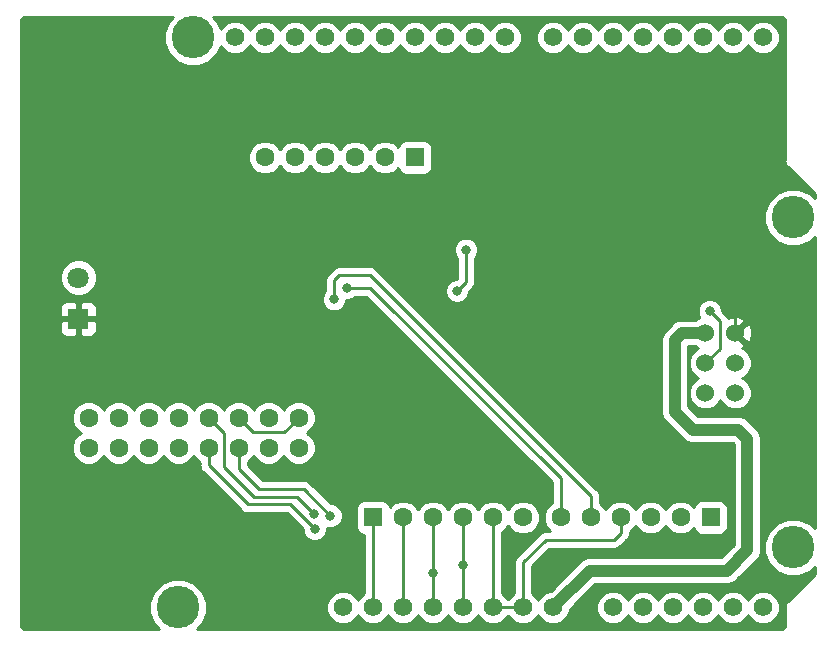
<source format=gbr>
G04 #@! TF.GenerationSoftware,KiCad,Pcbnew,(5.0.2)-1*
G04 #@! TF.CreationDate,2019-02-21T18:21:24-08:00*
G04 #@! TF.ProjectId,Arduino_uno_sheild,41726475-696e-46f5-9f75-6e6f5f736865,rev?*
G04 #@! TF.SameCoordinates,Original*
G04 #@! TF.FileFunction,Copper,L2,Bot*
G04 #@! TF.FilePolarity,Positive*
%FSLAX46Y46*%
G04 Gerber Fmt 4.6, Leading zero omitted, Abs format (unit mm)*
G04 Created by KiCad (PCBNEW (5.0.2)-1) date 2/21/2019 6:21:24 PM*
%MOMM*%
%LPD*%
G01*
G04 APERTURE LIST*
G04 #@! TA.AperFunction,ComponentPad*
%ADD10C,1.560000*%
G04 #@! TD*
G04 #@! TA.AperFunction,WasherPad*
%ADD11C,3.600000*%
G04 #@! TD*
G04 #@! TA.AperFunction,ComponentPad*
%ADD12C,1.600000*%
G04 #@! TD*
G04 #@! TA.AperFunction,ComponentPad*
%ADD13R,1.600000X1.600000*%
G04 #@! TD*
G04 #@! TA.AperFunction,ComponentPad*
%ADD14C,1.524000*%
G04 #@! TD*
G04 #@! TA.AperFunction,ComponentPad*
%ADD15C,1.800000*%
G04 #@! TD*
G04 #@! TA.AperFunction,ComponentPad*
%ADD16R,1.800000X1.800000*%
G04 #@! TD*
G04 #@! TA.AperFunction,ViaPad*
%ADD17C,0.800000*%
G04 #@! TD*
G04 #@! TA.AperFunction,Conductor*
%ADD18C,0.250000*%
G04 #@! TD*
G04 #@! TA.AperFunction,Conductor*
%ADD19C,1.000000*%
G04 #@! TD*
G04 #@! TA.AperFunction,Conductor*
%ADD20C,0.254000*%
G04 #@! TD*
G04 APERTURE END LIST*
D10*
G04 #@! TO.P,A1,31*
G04 #@! TO.N,Net-(A1-Pad31)*
X27940000Y2540000D03*
G04 #@! TO.P,A1,20*
G04 #@! TO.N,/IOREF*
X30480000Y2540000D03*
G04 #@! TO.P,A1,21*
G04 #@! TO.N,/RESET*
X33020000Y2540000D03*
G04 #@! TO.P,A1,22*
G04 #@! TO.N,/3.3V*
X35560000Y2540000D03*
G04 #@! TO.P,A1,23*
G04 #@! TO.N,/5V*
X38100000Y2540000D03*
G04 #@! TO.P,A1,24*
G04 #@! TO.N,GND*
X40640000Y2540000D03*
G04 #@! TO.P,A1,25*
X43180000Y2540000D03*
G04 #@! TO.P,A1,26*
G04 #@! TO.N,+12V*
X45720000Y2540000D03*
G04 #@! TO.P,A1,14*
G04 #@! TO.N,/A*
X50800000Y2540000D03*
G04 #@! TO.P,A1,15*
G04 #@! TO.N,/B*
X53340000Y2540000D03*
G04 #@! TO.P,A1,16*
G04 #@! TO.N,/C*
X55880000Y2540000D03*
G04 #@! TO.P,A1,17*
G04 #@! TO.N,/A3*
X58420000Y2540000D03*
G04 #@! TO.P,A1,18*
G04 #@! TO.N,/A4*
X60960000Y2540000D03*
G04 #@! TO.P,A1,19*
G04 #@! TO.N,/A5*
X63500000Y2540000D03*
G04 #@! TO.P,A1,30*
G04 #@! TO.N,/SCL*
X18796000Y50800000D03*
G04 #@! TO.P,A1,29*
G04 #@! TO.N,/SDA*
X21336000Y50800000D03*
G04 #@! TO.P,A1,28*
G04 #@! TO.N,/AREF*
X23876000Y50800000D03*
G04 #@! TO.P,A1,27*
G04 #@! TO.N,GND*
X26416000Y50800000D03*
G04 #@! TO.P,A1,13*
G04 #@! TO.N,/SCK*
X28956000Y50800000D03*
G04 #@! TO.P,A1,12*
G04 #@! TO.N,/MISO*
X31496000Y50800000D03*
G04 #@! TO.P,A1,11*
G04 #@! TO.N,/MOSI*
X34036000Y50800000D03*
G04 #@! TO.P,A1,10*
G04 #@! TO.N,/LAT*
X36576000Y50800000D03*
G04 #@! TO.P,A1,9*
G04 #@! TO.N,/OE*
X39116000Y50800000D03*
G04 #@! TO.P,A1,8*
G04 #@! TO.N,/CLK*
X41656000Y50800000D03*
G04 #@! TO.P,A1,7*
G04 #@! TO.N,/B2*
X45720000Y50800000D03*
G04 #@! TO.P,A1,6*
G04 #@! TO.N,/G2*
X48260000Y50800000D03*
G04 #@! TO.P,A1,5*
G04 #@! TO.N,/R2*
X50800000Y50800000D03*
G04 #@! TO.P,A1,4*
G04 #@! TO.N,/B1*
X53340000Y50800000D03*
G04 #@! TO.P,A1,3*
G04 #@! TO.N,/G1*
X55880000Y50800000D03*
G04 #@! TO.P,A1,2*
G04 #@! TO.N,/R1*
X58420000Y50800000D03*
G04 #@! TO.P,A1,1*
G04 #@! TO.N,/TX*
X60960000Y50800000D03*
G04 #@! TO.P,A1,0*
G04 #@! TO.N,/RX*
X63500000Y50800000D03*
D11*
G04 #@! TO.P,A1,*
G04 #@! TO.N,*
X15240000Y50800000D03*
X66040000Y35560000D03*
X66040000Y7620000D03*
X13970000Y2540000D03*
G04 #@! TD*
D12*
G04 #@! TO.P,J1,1*
G04 #@! TO.N,/R1*
X6400800Y16052800D03*
G04 #@! TO.P,J1,2*
G04 #@! TO.N,/G1*
X6400800Y18592800D03*
G04 #@! TO.P,J1,3*
G04 #@! TO.N,/B1*
X8940800Y16052800D03*
G04 #@! TO.P,J1,4*
G04 #@! TO.N,GND*
X8940800Y18592800D03*
G04 #@! TO.P,J1,5*
G04 #@! TO.N,/R2*
X11480800Y16052800D03*
G04 #@! TO.P,J1,6*
G04 #@! TO.N,/G2*
X11480800Y18592800D03*
G04 #@! TO.P,J1,7*
G04 #@! TO.N,/B2*
X14020800Y16052800D03*
G04 #@! TO.P,J1,8*
G04 #@! TO.N,GND*
X14020800Y18592800D03*
G04 #@! TO.P,J1,9*
G04 #@! TO.N,/A*
X16560800Y16052800D03*
G04 #@! TO.P,J1,10*
G04 #@! TO.N,/B*
X16560800Y18592800D03*
G04 #@! TO.P,J1,11*
G04 #@! TO.N,/C*
X19100800Y16052800D03*
G04 #@! TO.P,J1,12*
G04 #@! TO.N,GND*
X19100800Y18592800D03*
G04 #@! TO.P,J1,13*
G04 #@! TO.N,/CLK*
X21640800Y16052800D03*
G04 #@! TO.P,J1,14*
G04 #@! TO.N,/LAT*
X21640800Y18592800D03*
G04 #@! TO.P,J1,15*
G04 #@! TO.N,/OE*
X24180800Y16052800D03*
G04 #@! TO.P,J1,16*
G04 #@! TO.N,GND*
X24180800Y18592800D03*
G04 #@! TD*
G04 #@! TO.P,J2,6*
G04 #@! TO.N,/SDA*
X46355000Y10160000D03*
G04 #@! TO.P,J2,5*
G04 #@! TO.N,/SCL*
X48895000Y10160000D03*
G04 #@! TO.P,J2,4*
G04 #@! TO.N,GND*
X51435000Y10160000D03*
G04 #@! TO.P,J2,3*
G04 #@! TO.N,/A3*
X53975000Y10160000D03*
G04 #@! TO.P,J2,2*
G04 #@! TO.N,/A4*
X56515000Y10160000D03*
D13*
G04 #@! TO.P,J2,1*
G04 #@! TO.N,/A5*
X59055000Y10160000D03*
G04 #@! TD*
D12*
G04 #@! TO.P,J3,6*
G04 #@! TO.N,Net-(J3-Pad6)*
X43180000Y10160000D03*
G04 #@! TO.P,J3,5*
G04 #@! TO.N,GND*
X40640000Y10160000D03*
G04 #@! TO.P,J3,4*
G04 #@! TO.N,/5V*
X38100000Y10160000D03*
G04 #@! TO.P,J3,3*
G04 #@! TO.N,/3.3V*
X35560000Y10160000D03*
G04 #@! TO.P,J3,2*
G04 #@! TO.N,/RESET*
X33020000Y10160000D03*
D13*
G04 #@! TO.P,J3,1*
G04 #@! TO.N,/IOREF*
X30480000Y10160000D03*
G04 #@! TD*
D12*
G04 #@! TO.P,J4,6*
G04 #@! TO.N,Net-(J4-Pad6)*
X21336000Y40640000D03*
G04 #@! TO.P,J4,5*
G04 #@! TO.N,/AREF*
X23876000Y40640000D03*
G04 #@! TO.P,J4,4*
G04 #@! TO.N,GND*
X26416000Y40640000D03*
G04 #@! TO.P,J4,3*
G04 #@! TO.N,/SCK*
X28956000Y40640000D03*
G04 #@! TO.P,J4,2*
G04 #@! TO.N,/MISO*
X31496000Y40640000D03*
D13*
G04 #@! TO.P,J4,1*
G04 #@! TO.N,/MOSI*
X34036000Y40640000D03*
G04 #@! TD*
D14*
G04 #@! TO.P,J5,6*
G04 #@! TO.N,Net-(J5-Pad6)*
X61150500Y20701000D03*
G04 #@! TO.P,J5,5*
G04 #@! TO.N,/TX*
X58610500Y20701000D03*
G04 #@! TO.P,J5,4*
G04 #@! TO.N,/RX*
X61150500Y23241000D03*
G04 #@! TO.P,J5,3*
G04 #@! TO.N,GND*
X58610500Y23241000D03*
G04 #@! TO.P,J5,2*
G04 #@! TO.N,+5V*
X61150500Y25781000D03*
G04 #@! TO.P,J5,1*
G04 #@! TO.N,+12V*
X58610500Y25781000D03*
G04 #@! TD*
D15*
G04 #@! TO.P,J6,2*
G04 #@! TO.N,GND*
X5537200Y30474800D03*
D16*
G04 #@! TO.P,J6,1*
G04 #@! TO.N,+5V*
X5537200Y26974800D03*
G04 #@! TD*
D17*
G04 #@! TO.N,/OE*
X38354000Y32829500D03*
X37592000Y29337000D03*
G04 #@! TO.N,GND*
X58991500Y27622500D03*
G04 #@! TO.N,/SDA*
X28257500Y29591000D03*
G04 #@! TO.N,/SCL*
X27178000Y28638500D03*
G04 #@! TO.N,/C*
X26873200Y10312400D03*
G04 #@! TO.N,/B*
X25501600Y10464800D03*
G04 #@! TO.N,/A*
X25552400Y9194800D03*
G04 #@! TO.N,/5V*
X38100000Y6096000D03*
G04 #@! TO.N,/3.3V*
X35560000Y5435600D03*
G04 #@! TO.N,+5V*
X61150500Y30035500D03*
G04 #@! TD*
D18*
G04 #@! TO.N,/OE*
X38354000Y32829500D02*
X38354000Y30099000D01*
X38354000Y30099000D02*
X37592000Y29337000D01*
G04 #@! TO.N,GND*
X40640000Y9028630D02*
X40640000Y2540000D01*
X40640000Y10160000D02*
X40640000Y9028630D01*
X40640000Y2540000D02*
X43180000Y2540000D01*
X43180000Y2540000D02*
X43180000Y6350000D01*
X43180000Y6350000D02*
X45085000Y8255000D01*
X45085000Y8255000D02*
X50863500Y8255000D01*
X51435000Y8826500D02*
X51435000Y10160000D01*
X50863500Y8255000D02*
X51435000Y8826500D01*
X58610500Y23241000D02*
X59817000Y24447500D01*
X59817000Y24447500D02*
X59817000Y26797000D01*
X59817000Y26797000D02*
X58991500Y27622500D01*
X19100800Y18592800D02*
X20320000Y17373600D01*
X22961600Y17373600D02*
X24180800Y18592800D01*
X20320000Y17373600D02*
X22961600Y17373600D01*
G04 #@! TO.N,/SDA*
X28257500Y29591000D02*
X30226000Y29591000D01*
X46355000Y13462000D02*
X46355000Y10160000D01*
X30226000Y29591000D02*
X46355000Y13462000D01*
G04 #@! TO.N,/SCL*
X27178000Y28638500D02*
X27178000Y30226000D01*
X27178000Y30226000D02*
X27622500Y30670500D01*
X27622500Y30670500D02*
X30226000Y30670500D01*
X48895000Y12001500D02*
X48895000Y10160000D01*
X30226000Y30670500D02*
X48895000Y12001500D01*
G04 #@! TO.N,/C*
X26873200Y10312400D02*
X24638000Y12547600D01*
X24638000Y12547600D02*
X20828000Y12547600D01*
X19100800Y14274800D02*
X19100800Y16052800D01*
X20828000Y12547600D02*
X19100800Y14274800D01*
G04 #@! TO.N,/B*
X25501600Y10464800D02*
X24079200Y11887200D01*
X24079200Y11887200D02*
X20370800Y11887200D01*
X20370800Y11887200D02*
X17830800Y14427200D01*
X17830800Y17322800D02*
X16560800Y18592800D01*
X17830800Y14427200D02*
X17830800Y17322800D01*
G04 #@! TO.N,/A*
X16560800Y14579600D02*
X16560800Y16052800D01*
X19862800Y11277600D02*
X16560800Y14579600D01*
X25552400Y9194800D02*
X23469600Y11277600D01*
X23469600Y11277600D02*
X19862800Y11277600D01*
D19*
G04 #@! TO.N,+12V*
X56007000Y25146000D02*
X56642000Y25781000D01*
X56007000Y19113500D02*
X56007000Y25146000D01*
X48831500Y5651500D02*
X60452000Y5651500D01*
X45720000Y2540000D02*
X48831500Y5651500D01*
X57531000Y17589500D02*
X56007000Y19113500D01*
X60452000Y5651500D02*
X62166500Y7366000D01*
X62166500Y7366000D02*
X62166500Y16827500D01*
X56642000Y25781000D02*
X58610500Y25781000D01*
X62166500Y16827500D02*
X61404500Y17589500D01*
X61404500Y17589500D02*
X57531000Y17589500D01*
D18*
G04 #@! TO.N,/5V*
X38100000Y10160000D02*
X38100000Y9028630D01*
X38100000Y9028630D02*
X38100000Y6096000D01*
X38100000Y6096000D02*
X38100000Y2540000D01*
G04 #@! TO.N,/3.3V*
X35560000Y5435600D02*
X35560000Y2540000D01*
X35560000Y10160000D02*
X35560000Y5435600D01*
G04 #@! TO.N,/RESET*
X33020000Y2540000D02*
X33020000Y10160000D01*
G04 #@! TO.N,/IOREF*
X30480000Y2540000D02*
X30480000Y10160000D01*
G04 #@! TO.N,+5V*
X61150500Y25781000D02*
X61150500Y30035500D01*
G04 #@! TD*
D20*
G04 #@! TO.N,+5V*
G36*
X13550229Y52553838D02*
X13175707Y52179316D01*
X12805000Y51284352D01*
X12805000Y50315648D01*
X13175707Y49420684D01*
X13860684Y48735707D01*
X14755648Y48365000D01*
X15724352Y48365000D01*
X16619316Y48735707D01*
X17304293Y49420684D01*
X17570020Y50062205D01*
X17596421Y49998467D01*
X17994467Y49600421D01*
X18514539Y49385000D01*
X19077461Y49385000D01*
X19597533Y49600421D01*
X19995579Y49998467D01*
X20066000Y50168478D01*
X20136421Y49998467D01*
X20534467Y49600421D01*
X21054539Y49385000D01*
X21617461Y49385000D01*
X22137533Y49600421D01*
X22535579Y49998467D01*
X22606000Y50168478D01*
X22676421Y49998467D01*
X23074467Y49600421D01*
X23594539Y49385000D01*
X24157461Y49385000D01*
X24677533Y49600421D01*
X25075579Y49998467D01*
X25146000Y50168478D01*
X25216421Y49998467D01*
X25614467Y49600421D01*
X26134539Y49385000D01*
X26697461Y49385000D01*
X27217533Y49600421D01*
X27615579Y49998467D01*
X27686000Y50168478D01*
X27756421Y49998467D01*
X28154467Y49600421D01*
X28674539Y49385000D01*
X29237461Y49385000D01*
X29757533Y49600421D01*
X30155579Y49998467D01*
X30226000Y50168478D01*
X30296421Y49998467D01*
X30694467Y49600421D01*
X31214539Y49385000D01*
X31777461Y49385000D01*
X32297533Y49600421D01*
X32695579Y49998467D01*
X32766000Y50168478D01*
X32836421Y49998467D01*
X33234467Y49600421D01*
X33754539Y49385000D01*
X34317461Y49385000D01*
X34837533Y49600421D01*
X35235579Y49998467D01*
X35306000Y50168478D01*
X35376421Y49998467D01*
X35774467Y49600421D01*
X36294539Y49385000D01*
X36857461Y49385000D01*
X37377533Y49600421D01*
X37775579Y49998467D01*
X37846000Y50168478D01*
X37916421Y49998467D01*
X38314467Y49600421D01*
X38834539Y49385000D01*
X39397461Y49385000D01*
X39917533Y49600421D01*
X40315579Y49998467D01*
X40386000Y50168478D01*
X40456421Y49998467D01*
X40854467Y49600421D01*
X41374539Y49385000D01*
X41937461Y49385000D01*
X42457533Y49600421D01*
X42855579Y49998467D01*
X43071000Y50518539D01*
X43071000Y51081461D01*
X44305000Y51081461D01*
X44305000Y50518539D01*
X44520421Y49998467D01*
X44918467Y49600421D01*
X45438539Y49385000D01*
X46001461Y49385000D01*
X46521533Y49600421D01*
X46919579Y49998467D01*
X46990000Y50168478D01*
X47060421Y49998467D01*
X47458467Y49600421D01*
X47978539Y49385000D01*
X48541461Y49385000D01*
X49061533Y49600421D01*
X49459579Y49998467D01*
X49530000Y50168478D01*
X49600421Y49998467D01*
X49998467Y49600421D01*
X50518539Y49385000D01*
X51081461Y49385000D01*
X51601533Y49600421D01*
X51999579Y49998467D01*
X52070000Y50168478D01*
X52140421Y49998467D01*
X52538467Y49600421D01*
X53058539Y49385000D01*
X53621461Y49385000D01*
X54141533Y49600421D01*
X54539579Y49998467D01*
X54610000Y50168478D01*
X54680421Y49998467D01*
X55078467Y49600421D01*
X55598539Y49385000D01*
X56161461Y49385000D01*
X56681533Y49600421D01*
X57079579Y49998467D01*
X57150000Y50168478D01*
X57220421Y49998467D01*
X57618467Y49600421D01*
X58138539Y49385000D01*
X58701461Y49385000D01*
X59221533Y49600421D01*
X59619579Y49998467D01*
X59690000Y50168478D01*
X59760421Y49998467D01*
X60158467Y49600421D01*
X60678539Y49385000D01*
X61241461Y49385000D01*
X61761533Y49600421D01*
X62159579Y49998467D01*
X62230000Y50168478D01*
X62300421Y49998467D01*
X62698467Y49600421D01*
X63218539Y49385000D01*
X63781461Y49385000D01*
X64301533Y49600421D01*
X64699579Y49998467D01*
X64915000Y50518539D01*
X64915000Y51081461D01*
X64699579Y51601533D01*
X64301533Y51999579D01*
X63781461Y52215000D01*
X63218539Y52215000D01*
X62698467Y51999579D01*
X62300421Y51601533D01*
X62230000Y51431522D01*
X62159579Y51601533D01*
X61761533Y51999579D01*
X61241461Y52215000D01*
X60678539Y52215000D01*
X60158467Y51999579D01*
X59760421Y51601533D01*
X59690000Y51431522D01*
X59619579Y51601533D01*
X59221533Y51999579D01*
X58701461Y52215000D01*
X58138539Y52215000D01*
X57618467Y51999579D01*
X57220421Y51601533D01*
X57150000Y51431522D01*
X57079579Y51601533D01*
X56681533Y51999579D01*
X56161461Y52215000D01*
X55598539Y52215000D01*
X55078467Y51999579D01*
X54680421Y51601533D01*
X54610000Y51431522D01*
X54539579Y51601533D01*
X54141533Y51999579D01*
X53621461Y52215000D01*
X53058539Y52215000D01*
X52538467Y51999579D01*
X52140421Y51601533D01*
X52070000Y51431522D01*
X51999579Y51601533D01*
X51601533Y51999579D01*
X51081461Y52215000D01*
X50518539Y52215000D01*
X49998467Y51999579D01*
X49600421Y51601533D01*
X49530000Y51431522D01*
X49459579Y51601533D01*
X49061533Y51999579D01*
X48541461Y52215000D01*
X47978539Y52215000D01*
X47458467Y51999579D01*
X47060421Y51601533D01*
X46990000Y51431522D01*
X46919579Y51601533D01*
X46521533Y51999579D01*
X46001461Y52215000D01*
X45438539Y52215000D01*
X44918467Y51999579D01*
X44520421Y51601533D01*
X44305000Y51081461D01*
X43071000Y51081461D01*
X42855579Y51601533D01*
X42457533Y51999579D01*
X41937461Y52215000D01*
X41374539Y52215000D01*
X40854467Y51999579D01*
X40456421Y51601533D01*
X40386000Y51431522D01*
X40315579Y51601533D01*
X39917533Y51999579D01*
X39397461Y52215000D01*
X38834539Y52215000D01*
X38314467Y51999579D01*
X37916421Y51601533D01*
X37846000Y51431522D01*
X37775579Y51601533D01*
X37377533Y51999579D01*
X36857461Y52215000D01*
X36294539Y52215000D01*
X35774467Y51999579D01*
X35376421Y51601533D01*
X35306000Y51431522D01*
X35235579Y51601533D01*
X34837533Y51999579D01*
X34317461Y52215000D01*
X33754539Y52215000D01*
X33234467Y51999579D01*
X32836421Y51601533D01*
X32766000Y51431522D01*
X32695579Y51601533D01*
X32297533Y51999579D01*
X31777461Y52215000D01*
X31214539Y52215000D01*
X30694467Y51999579D01*
X30296421Y51601533D01*
X30226000Y51431522D01*
X30155579Y51601533D01*
X29757533Y51999579D01*
X29237461Y52215000D01*
X28674539Y52215000D01*
X28154467Y51999579D01*
X27756421Y51601533D01*
X27686000Y51431522D01*
X27615579Y51601533D01*
X27217533Y51999579D01*
X26697461Y52215000D01*
X26134539Y52215000D01*
X25614467Y51999579D01*
X25216421Y51601533D01*
X25146000Y51431522D01*
X25075579Y51601533D01*
X24677533Y51999579D01*
X24157461Y52215000D01*
X23594539Y52215000D01*
X23074467Y51999579D01*
X22676421Y51601533D01*
X22606000Y51431522D01*
X22535579Y51601533D01*
X22137533Y51999579D01*
X21617461Y52215000D01*
X21054539Y52215000D01*
X20534467Y51999579D01*
X20136421Y51601533D01*
X20066000Y51431522D01*
X19995579Y51601533D01*
X19597533Y51999579D01*
X19077461Y52215000D01*
X18514539Y52215000D01*
X17994467Y51999579D01*
X17596421Y51601533D01*
X17570020Y51537795D01*
X17304293Y52179316D01*
X16933088Y52550521D01*
X65132252Y52503267D01*
X65330000Y52325293D01*
X65330001Y40455929D01*
X65316091Y40386000D01*
X65371196Y40108972D01*
X65528120Y39874119D01*
X65587402Y39834508D01*
X67870000Y37551909D01*
X67870000Y37173609D01*
X67419316Y37624293D01*
X66524352Y37995000D01*
X65555648Y37995000D01*
X64660684Y37624293D01*
X63975707Y36939316D01*
X63605000Y36044352D01*
X63605000Y35075648D01*
X63975707Y34180684D01*
X64660684Y33495707D01*
X65555648Y33125000D01*
X66524352Y33125000D01*
X67419316Y33495707D01*
X67870000Y33946391D01*
X67870001Y9233608D01*
X67419316Y9684293D01*
X66524352Y10055000D01*
X65555648Y10055000D01*
X64660684Y9684293D01*
X63975707Y8999316D01*
X63605000Y8104352D01*
X63605000Y7135648D01*
X63975707Y6240684D01*
X64660684Y5555707D01*
X65555648Y5185000D01*
X66524352Y5185000D01*
X67419316Y5555707D01*
X67870001Y6006392D01*
X67870001Y5374092D01*
X65587402Y3091492D01*
X65528119Y3051880D01*
X65371195Y2817027D01*
X65330000Y2609926D01*
X65316091Y2540000D01*
X65330000Y2470075D01*
X65330001Y887707D01*
X65132549Y710000D01*
X15583609Y710000D01*
X16034293Y1160684D01*
X16405000Y2055648D01*
X16405000Y3024352D01*
X16034293Y3919316D01*
X15349316Y4604293D01*
X14454352Y4975000D01*
X13485648Y4975000D01*
X12590684Y4604293D01*
X11905707Y3919316D01*
X11535000Y3024352D01*
X11535000Y2055648D01*
X11905707Y1160684D01*
X12356391Y710000D01*
X929091Y710000D01*
X710000Y929091D01*
X710000Y18878239D01*
X4965800Y18878239D01*
X4965800Y18307361D01*
X5184266Y17779938D01*
X5587938Y17376266D01*
X5717016Y17322800D01*
X5587938Y17269334D01*
X5184266Y16865662D01*
X4965800Y16338239D01*
X4965800Y15767361D01*
X5184266Y15239938D01*
X5587938Y14836266D01*
X6115361Y14617800D01*
X6686239Y14617800D01*
X7213662Y14836266D01*
X7617334Y15239938D01*
X7670800Y15369016D01*
X7724266Y15239938D01*
X8127938Y14836266D01*
X8655361Y14617800D01*
X9226239Y14617800D01*
X9753662Y14836266D01*
X10157334Y15239938D01*
X10210800Y15369016D01*
X10264266Y15239938D01*
X10667938Y14836266D01*
X11195361Y14617800D01*
X11766239Y14617800D01*
X12293662Y14836266D01*
X12697334Y15239938D01*
X12750800Y15369016D01*
X12804266Y15239938D01*
X13207938Y14836266D01*
X13735361Y14617800D01*
X14306239Y14617800D01*
X14833662Y14836266D01*
X15237334Y15239938D01*
X15290800Y15369016D01*
X15344266Y15239938D01*
X15747938Y14836266D01*
X15800800Y14814370D01*
X15800800Y14654447D01*
X15785912Y14579600D01*
X15800800Y14504753D01*
X15800800Y14504749D01*
X15844896Y14283064D01*
X16012871Y14031671D01*
X16076330Y13989269D01*
X19272470Y10793128D01*
X19314871Y10729671D01*
X19566263Y10561696D01*
X19787948Y10517600D01*
X19787952Y10517600D01*
X19862799Y10502712D01*
X19937646Y10517600D01*
X23154799Y10517600D01*
X24517400Y9154998D01*
X24517400Y8988926D01*
X24674969Y8608520D01*
X24966120Y8317369D01*
X25346526Y8159800D01*
X25758274Y8159800D01*
X26138680Y8317369D01*
X26429831Y8608520D01*
X26587400Y8988926D01*
X26587400Y9310506D01*
X26667326Y9277400D01*
X27079074Y9277400D01*
X27459480Y9434969D01*
X27750631Y9726120D01*
X27908200Y10106526D01*
X27908200Y10518274D01*
X27750631Y10898680D01*
X27459480Y11189831D01*
X27079074Y11347400D01*
X26913002Y11347400D01*
X25228331Y13032070D01*
X25185929Y13095529D01*
X24934537Y13263504D01*
X24712852Y13307600D01*
X24712847Y13307600D01*
X24638000Y13322488D01*
X24563153Y13307600D01*
X21142802Y13307600D01*
X19860800Y14589601D01*
X19860800Y14814370D01*
X19913662Y14836266D01*
X20317334Y15239938D01*
X20370800Y15369016D01*
X20424266Y15239938D01*
X20827938Y14836266D01*
X21355361Y14617800D01*
X21926239Y14617800D01*
X22453662Y14836266D01*
X22857334Y15239938D01*
X22910800Y15369016D01*
X22964266Y15239938D01*
X23367938Y14836266D01*
X23895361Y14617800D01*
X24466239Y14617800D01*
X24993662Y14836266D01*
X25397334Y15239938D01*
X25615800Y15767361D01*
X25615800Y16338239D01*
X25397334Y16865662D01*
X24993662Y17269334D01*
X24864584Y17322800D01*
X24993662Y17376266D01*
X25397334Y17779938D01*
X25615800Y18307361D01*
X25615800Y18878239D01*
X25397334Y19405662D01*
X24993662Y19809334D01*
X24466239Y20027800D01*
X23895361Y20027800D01*
X23367938Y19809334D01*
X22964266Y19405662D01*
X22910800Y19276584D01*
X22857334Y19405662D01*
X22453662Y19809334D01*
X21926239Y20027800D01*
X21355361Y20027800D01*
X20827938Y19809334D01*
X20424266Y19405662D01*
X20370800Y19276584D01*
X20317334Y19405662D01*
X19913662Y19809334D01*
X19386239Y20027800D01*
X18815361Y20027800D01*
X18287938Y19809334D01*
X17884266Y19405662D01*
X17830800Y19276584D01*
X17777334Y19405662D01*
X17373662Y19809334D01*
X16846239Y20027800D01*
X16275361Y20027800D01*
X15747938Y19809334D01*
X15344266Y19405662D01*
X15290800Y19276584D01*
X15237334Y19405662D01*
X14833662Y19809334D01*
X14306239Y20027800D01*
X13735361Y20027800D01*
X13207938Y19809334D01*
X12804266Y19405662D01*
X12750800Y19276584D01*
X12697334Y19405662D01*
X12293662Y19809334D01*
X11766239Y20027800D01*
X11195361Y20027800D01*
X10667938Y19809334D01*
X10264266Y19405662D01*
X10210800Y19276584D01*
X10157334Y19405662D01*
X9753662Y19809334D01*
X9226239Y20027800D01*
X8655361Y20027800D01*
X8127938Y19809334D01*
X7724266Y19405662D01*
X7670800Y19276584D01*
X7617334Y19405662D01*
X7213662Y19809334D01*
X6686239Y20027800D01*
X6115361Y20027800D01*
X5587938Y19809334D01*
X5184266Y19405662D01*
X4965800Y18878239D01*
X710000Y18878239D01*
X710000Y26689050D01*
X4002200Y26689050D01*
X4002200Y25948491D01*
X4098873Y25715102D01*
X4277501Y25536473D01*
X4510890Y25439800D01*
X5251450Y25439800D01*
X5410200Y25598550D01*
X5410200Y26847800D01*
X5664200Y26847800D01*
X5664200Y25598550D01*
X5822950Y25439800D01*
X6563510Y25439800D01*
X6796899Y25536473D01*
X6975527Y25715102D01*
X7072200Y25948491D01*
X7072200Y26689050D01*
X6913450Y26847800D01*
X5664200Y26847800D01*
X5410200Y26847800D01*
X4160950Y26847800D01*
X4002200Y26689050D01*
X710000Y26689050D01*
X710000Y28001109D01*
X4002200Y28001109D01*
X4002200Y27260550D01*
X4160950Y27101800D01*
X5410200Y27101800D01*
X5410200Y28351050D01*
X5664200Y28351050D01*
X5664200Y27101800D01*
X6913450Y27101800D01*
X7072200Y27260550D01*
X7072200Y28001109D01*
X6975527Y28234498D01*
X6796899Y28413127D01*
X6563510Y28509800D01*
X5822950Y28509800D01*
X5664200Y28351050D01*
X5410200Y28351050D01*
X5251450Y28509800D01*
X4510890Y28509800D01*
X4277501Y28413127D01*
X4098873Y28234498D01*
X4002200Y28001109D01*
X710000Y28001109D01*
X710000Y28844374D01*
X26143000Y28844374D01*
X26143000Y28432626D01*
X26300569Y28052220D01*
X26591720Y27761069D01*
X26972126Y27603500D01*
X27383874Y27603500D01*
X27764280Y27761069D01*
X28055431Y28052220D01*
X28213000Y28432626D01*
X28213000Y28556000D01*
X28463374Y28556000D01*
X28843780Y28713569D01*
X28961211Y28831000D01*
X29911199Y28831000D01*
X45595000Y13147198D01*
X45595001Y11398430D01*
X45542138Y11376534D01*
X45138466Y10972862D01*
X44920000Y10445439D01*
X44920000Y9874561D01*
X45138466Y9347138D01*
X45470604Y9015000D01*
X45159848Y9015000D01*
X45085000Y9029888D01*
X45010152Y9015000D01*
X45010148Y9015000D01*
X44836605Y8980480D01*
X44788462Y8970904D01*
X44679748Y8898263D01*
X44537071Y8802929D01*
X44494671Y8739473D01*
X42695528Y6940329D01*
X42632072Y6897929D01*
X42589672Y6834473D01*
X42589671Y6834472D01*
X42464097Y6646537D01*
X42405112Y6350000D01*
X42420001Y6275148D01*
X42420000Y3756783D01*
X42378467Y3739579D01*
X41980421Y3341533D01*
X41963217Y3300000D01*
X41856783Y3300000D01*
X41839579Y3341533D01*
X41441533Y3739579D01*
X41400000Y3756783D01*
X41400000Y8921570D01*
X41452862Y8943466D01*
X41856534Y9347138D01*
X41910000Y9476216D01*
X41963466Y9347138D01*
X42367138Y8943466D01*
X42894561Y8725000D01*
X43465439Y8725000D01*
X43992862Y8943466D01*
X44396534Y9347138D01*
X44615000Y9874561D01*
X44615000Y10445439D01*
X44396534Y10972862D01*
X43992862Y11376534D01*
X43465439Y11595000D01*
X42894561Y11595000D01*
X42367138Y11376534D01*
X41963466Y10972862D01*
X41910000Y10843784D01*
X41856534Y10972862D01*
X41452862Y11376534D01*
X40925439Y11595000D01*
X40354561Y11595000D01*
X39827138Y11376534D01*
X39423466Y10972862D01*
X39370000Y10843784D01*
X39316534Y10972862D01*
X38912862Y11376534D01*
X38385439Y11595000D01*
X37814561Y11595000D01*
X37287138Y11376534D01*
X36883466Y10972862D01*
X36830000Y10843784D01*
X36776534Y10972862D01*
X36372862Y11376534D01*
X35845439Y11595000D01*
X35274561Y11595000D01*
X34747138Y11376534D01*
X34343466Y10972862D01*
X34290000Y10843784D01*
X34236534Y10972862D01*
X33832862Y11376534D01*
X33305439Y11595000D01*
X32734561Y11595000D01*
X32207138Y11376534D01*
X31904738Y11074134D01*
X31878157Y11207765D01*
X31737809Y11417809D01*
X31527765Y11558157D01*
X31280000Y11607440D01*
X29680000Y11607440D01*
X29432235Y11558157D01*
X29222191Y11417809D01*
X29081843Y11207765D01*
X29032560Y10960000D01*
X29032560Y9360000D01*
X29081843Y9112235D01*
X29222191Y8902191D01*
X29432235Y8761843D01*
X29680000Y8712560D01*
X29720001Y8712560D01*
X29720000Y3756783D01*
X29678467Y3739579D01*
X29280421Y3341533D01*
X29210000Y3171522D01*
X29139579Y3341533D01*
X28741533Y3739579D01*
X28221461Y3955000D01*
X27658539Y3955000D01*
X27138467Y3739579D01*
X26740421Y3341533D01*
X26525000Y2821461D01*
X26525000Y2258539D01*
X26740421Y1738467D01*
X27138467Y1340421D01*
X27658539Y1125000D01*
X28221461Y1125000D01*
X28741533Y1340421D01*
X29139579Y1738467D01*
X29210000Y1908478D01*
X29280421Y1738467D01*
X29678467Y1340421D01*
X30198539Y1125000D01*
X30761461Y1125000D01*
X31281533Y1340421D01*
X31679579Y1738467D01*
X31750000Y1908478D01*
X31820421Y1738467D01*
X32218467Y1340421D01*
X32738539Y1125000D01*
X33301461Y1125000D01*
X33821533Y1340421D01*
X34219579Y1738467D01*
X34290000Y1908478D01*
X34360421Y1738467D01*
X34758467Y1340421D01*
X35278539Y1125000D01*
X35841461Y1125000D01*
X36361533Y1340421D01*
X36759579Y1738467D01*
X36830000Y1908478D01*
X36900421Y1738467D01*
X37298467Y1340421D01*
X37818539Y1125000D01*
X38381461Y1125000D01*
X38901533Y1340421D01*
X39299579Y1738467D01*
X39370000Y1908478D01*
X39440421Y1738467D01*
X39838467Y1340421D01*
X40358539Y1125000D01*
X40921461Y1125000D01*
X41441533Y1340421D01*
X41839579Y1738467D01*
X41856783Y1780000D01*
X41963217Y1780000D01*
X41980421Y1738467D01*
X42378467Y1340421D01*
X42898539Y1125000D01*
X43461461Y1125000D01*
X43981533Y1340421D01*
X44379579Y1738467D01*
X44450000Y1908478D01*
X44520421Y1738467D01*
X44918467Y1340421D01*
X45438539Y1125000D01*
X46001461Y1125000D01*
X46521533Y1340421D01*
X46919579Y1738467D01*
X47135000Y2258539D01*
X47135000Y2349869D01*
X47606592Y2821461D01*
X49385000Y2821461D01*
X49385000Y2258539D01*
X49600421Y1738467D01*
X49998467Y1340421D01*
X50518539Y1125000D01*
X51081461Y1125000D01*
X51601533Y1340421D01*
X51999579Y1738467D01*
X52070000Y1908478D01*
X52140421Y1738467D01*
X52538467Y1340421D01*
X53058539Y1125000D01*
X53621461Y1125000D01*
X54141533Y1340421D01*
X54539579Y1738467D01*
X54610000Y1908478D01*
X54680421Y1738467D01*
X55078467Y1340421D01*
X55598539Y1125000D01*
X56161461Y1125000D01*
X56681533Y1340421D01*
X57079579Y1738467D01*
X57150000Y1908478D01*
X57220421Y1738467D01*
X57618467Y1340421D01*
X58138539Y1125000D01*
X58701461Y1125000D01*
X59221533Y1340421D01*
X59619579Y1738467D01*
X59690000Y1908478D01*
X59760421Y1738467D01*
X60158467Y1340421D01*
X60678539Y1125000D01*
X61241461Y1125000D01*
X61761533Y1340421D01*
X62159579Y1738467D01*
X62230000Y1908478D01*
X62300421Y1738467D01*
X62698467Y1340421D01*
X63218539Y1125000D01*
X63781461Y1125000D01*
X64301533Y1340421D01*
X64699579Y1738467D01*
X64915000Y2258539D01*
X64915000Y2821461D01*
X64699579Y3341533D01*
X64301533Y3739579D01*
X63781461Y3955000D01*
X63218539Y3955000D01*
X62698467Y3739579D01*
X62300421Y3341533D01*
X62230000Y3171522D01*
X62159579Y3341533D01*
X61761533Y3739579D01*
X61241461Y3955000D01*
X60678539Y3955000D01*
X60158467Y3739579D01*
X59760421Y3341533D01*
X59690000Y3171522D01*
X59619579Y3341533D01*
X59221533Y3739579D01*
X58701461Y3955000D01*
X58138539Y3955000D01*
X57618467Y3739579D01*
X57220421Y3341533D01*
X57150000Y3171522D01*
X57079579Y3341533D01*
X56681533Y3739579D01*
X56161461Y3955000D01*
X55598539Y3955000D01*
X55078467Y3739579D01*
X54680421Y3341533D01*
X54610000Y3171522D01*
X54539579Y3341533D01*
X54141533Y3739579D01*
X53621461Y3955000D01*
X53058539Y3955000D01*
X52538467Y3739579D01*
X52140421Y3341533D01*
X52070000Y3171522D01*
X51999579Y3341533D01*
X51601533Y3739579D01*
X51081461Y3955000D01*
X50518539Y3955000D01*
X49998467Y3739579D01*
X49600421Y3341533D01*
X49385000Y2821461D01*
X47606592Y2821461D01*
X49301633Y4516500D01*
X60340217Y4516500D01*
X60452000Y4494265D01*
X60563783Y4516500D01*
X60894855Y4582354D01*
X61270289Y4833211D01*
X61333613Y4927982D01*
X62890021Y6484389D01*
X62984789Y6547711D01*
X63235646Y6923145D01*
X63301500Y7254217D01*
X63301500Y7254218D01*
X63323735Y7365999D01*
X63301500Y7477782D01*
X63301500Y16715717D01*
X63323735Y16827500D01*
X63235646Y17270355D01*
X63166659Y17373601D01*
X62984789Y17645789D01*
X62890021Y17709111D01*
X62286113Y18313019D01*
X62222789Y18407789D01*
X61847355Y18658646D01*
X61516283Y18724500D01*
X61404500Y18746735D01*
X61292717Y18724500D01*
X58001133Y18724500D01*
X57142000Y19583631D01*
X57142000Y24646000D01*
X57769843Y24646000D01*
X57819163Y24596680D01*
X58026013Y24511000D01*
X57819163Y24425320D01*
X57426180Y24032337D01*
X57213500Y23518881D01*
X57213500Y22963119D01*
X57426180Y22449663D01*
X57819163Y22056680D01*
X58026013Y21971000D01*
X57819163Y21885320D01*
X57426180Y21492337D01*
X57213500Y20978881D01*
X57213500Y20423119D01*
X57426180Y19909663D01*
X57819163Y19516680D01*
X58332619Y19304000D01*
X58888381Y19304000D01*
X59401837Y19516680D01*
X59794820Y19909663D01*
X59880500Y20116513D01*
X59966180Y19909663D01*
X60359163Y19516680D01*
X60872619Y19304000D01*
X61428381Y19304000D01*
X61941837Y19516680D01*
X62334820Y19909663D01*
X62547500Y20423119D01*
X62547500Y20978881D01*
X62334820Y21492337D01*
X61941837Y21885320D01*
X61734987Y21971000D01*
X61941837Y22056680D01*
X62334820Y22449663D01*
X62547500Y22963119D01*
X62547500Y23518881D01*
X62334820Y24032337D01*
X61941837Y24425320D01*
X61750853Y24504428D01*
X61881643Y24558603D01*
X61951108Y24800787D01*
X61150500Y25601395D01*
X61136358Y25587253D01*
X60956753Y25766858D01*
X60970895Y25781000D01*
X61330105Y25781000D01*
X62130713Y24980392D01*
X62372897Y25049857D01*
X62559644Y25573302D01*
X62531862Y26128368D01*
X62372897Y26512143D01*
X62130713Y26581608D01*
X61330105Y25781000D01*
X60970895Y25781000D01*
X60956753Y25795143D01*
X61136358Y25974748D01*
X61150500Y25960605D01*
X61951108Y26761213D01*
X61881643Y27003397D01*
X61358198Y27190144D01*
X60803132Y27162362D01*
X60540826Y27053711D01*
X60532904Y27093537D01*
X60468353Y27190144D01*
X60407329Y27281474D01*
X60407327Y27281476D01*
X60364929Y27344929D01*
X60301475Y27387327D01*
X60026500Y27662302D01*
X60026500Y27828374D01*
X59868931Y28208780D01*
X59577780Y28499931D01*
X59197374Y28657500D01*
X58785626Y28657500D01*
X58405220Y28499931D01*
X58114069Y28208780D01*
X57956500Y27828374D01*
X57956500Y27416626D01*
X58095948Y27079968D01*
X57819163Y26965320D01*
X57769843Y26916000D01*
X56753783Y26916000D01*
X56642000Y26938235D01*
X56530217Y26916000D01*
X56199145Y26850146D01*
X55823711Y26599289D01*
X55760387Y26504518D01*
X55283480Y26027611D01*
X55188712Y25964289D01*
X55022211Y25715102D01*
X54937854Y25588854D01*
X54849765Y25146000D01*
X54872001Y25034212D01*
X54872000Y19225283D01*
X54849765Y19113500D01*
X54872000Y19001718D01*
X54937854Y18670646D01*
X55188711Y18295211D01*
X55283481Y18231887D01*
X56649390Y16865977D01*
X56712711Y16771211D01*
X57088145Y16520354D01*
X57419217Y16454500D01*
X57530999Y16432265D01*
X57642781Y16454500D01*
X60934369Y16454500D01*
X61031501Y16357368D01*
X61031500Y7836132D01*
X59981869Y6786500D01*
X48943281Y6786500D01*
X48831499Y6808735D01*
X48719717Y6786500D01*
X48388645Y6720646D01*
X48013211Y6469789D01*
X47949891Y6375024D01*
X45529869Y3955000D01*
X45438539Y3955000D01*
X44918467Y3739579D01*
X44520421Y3341533D01*
X44450000Y3171522D01*
X44379579Y3341533D01*
X43981533Y3739579D01*
X43940000Y3756783D01*
X43940000Y6035199D01*
X45399802Y7495000D01*
X50788653Y7495000D01*
X50863500Y7480112D01*
X50938347Y7495000D01*
X50938352Y7495000D01*
X51160037Y7539096D01*
X51411429Y7707071D01*
X51453831Y7770530D01*
X51919473Y8236171D01*
X51982929Y8278571D01*
X52150904Y8529963D01*
X52195000Y8751648D01*
X52195000Y8751652D01*
X52209888Y8826499D01*
X52195000Y8901346D01*
X52195000Y8921570D01*
X52247862Y8943466D01*
X52651534Y9347138D01*
X52705000Y9476216D01*
X52758466Y9347138D01*
X53162138Y8943466D01*
X53689561Y8725000D01*
X54260439Y8725000D01*
X54787862Y8943466D01*
X55191534Y9347138D01*
X55245000Y9476216D01*
X55298466Y9347138D01*
X55702138Y8943466D01*
X56229561Y8725000D01*
X56800439Y8725000D01*
X57327862Y8943466D01*
X57630262Y9245866D01*
X57656843Y9112235D01*
X57797191Y8902191D01*
X58007235Y8761843D01*
X58255000Y8712560D01*
X59855000Y8712560D01*
X60102765Y8761843D01*
X60312809Y8902191D01*
X60453157Y9112235D01*
X60502440Y9360000D01*
X60502440Y10960000D01*
X60453157Y11207765D01*
X60312809Y11417809D01*
X60102765Y11558157D01*
X59855000Y11607440D01*
X58255000Y11607440D01*
X58007235Y11558157D01*
X57797191Y11417809D01*
X57656843Y11207765D01*
X57630262Y11074134D01*
X57327862Y11376534D01*
X56800439Y11595000D01*
X56229561Y11595000D01*
X55702138Y11376534D01*
X55298466Y10972862D01*
X55245000Y10843784D01*
X55191534Y10972862D01*
X54787862Y11376534D01*
X54260439Y11595000D01*
X53689561Y11595000D01*
X53162138Y11376534D01*
X52758466Y10972862D01*
X52705000Y10843784D01*
X52651534Y10972862D01*
X52247862Y11376534D01*
X51720439Y11595000D01*
X51149561Y11595000D01*
X50622138Y11376534D01*
X50218466Y10972862D01*
X50165000Y10843784D01*
X50111534Y10972862D01*
X49707862Y11376534D01*
X49655000Y11398430D01*
X49655000Y11926653D01*
X49669888Y12001500D01*
X49655000Y12076347D01*
X49655000Y12076352D01*
X49610904Y12298037D01*
X49442929Y12549429D01*
X49379473Y12591829D01*
X32428428Y29542874D01*
X36557000Y29542874D01*
X36557000Y29131126D01*
X36714569Y28750720D01*
X37005720Y28459569D01*
X37386126Y28302000D01*
X37797874Y28302000D01*
X38178280Y28459569D01*
X38469431Y28750720D01*
X38627000Y29131126D01*
X38627000Y29297198D01*
X38838473Y29508671D01*
X38901929Y29551071D01*
X39066170Y29796874D01*
X39069904Y29802462D01*
X39100165Y29954596D01*
X39114000Y30024148D01*
X39114000Y30024152D01*
X39128888Y30099000D01*
X39114000Y30173848D01*
X39114000Y32125789D01*
X39231431Y32243220D01*
X39389000Y32623626D01*
X39389000Y33035374D01*
X39231431Y33415780D01*
X38940280Y33706931D01*
X38559874Y33864500D01*
X38148126Y33864500D01*
X37767720Y33706931D01*
X37476569Y33415780D01*
X37319000Y33035374D01*
X37319000Y32623626D01*
X37476569Y32243220D01*
X37594000Y32125789D01*
X37594001Y30413803D01*
X37552198Y30372000D01*
X37386126Y30372000D01*
X37005720Y30214431D01*
X36714569Y29923280D01*
X36557000Y29542874D01*
X32428428Y29542874D01*
X30816331Y31154970D01*
X30773929Y31218429D01*
X30522537Y31386404D01*
X30300852Y31430500D01*
X30300847Y31430500D01*
X30226000Y31445388D01*
X30151153Y31430500D01*
X27697347Y31430500D01*
X27622500Y31445388D01*
X27547653Y31430500D01*
X27547648Y31430500D01*
X27325963Y31386404D01*
X27074571Y31218429D01*
X27032169Y31154970D01*
X26693528Y30816329D01*
X26630072Y30773929D01*
X26462097Y30522537D01*
X26430938Y30365888D01*
X26403112Y30226000D01*
X26418001Y30151149D01*
X26418000Y29342211D01*
X26300569Y29224780D01*
X26143000Y28844374D01*
X710000Y28844374D01*
X710000Y30780130D01*
X4002200Y30780130D01*
X4002200Y30169470D01*
X4235890Y29605293D01*
X4667693Y29173490D01*
X5231870Y28939800D01*
X5842530Y28939800D01*
X6406707Y29173490D01*
X6838510Y29605293D01*
X7072200Y30169470D01*
X7072200Y30780130D01*
X6838510Y31344307D01*
X6406707Y31776110D01*
X5842530Y32009800D01*
X5231870Y32009800D01*
X4667693Y31776110D01*
X4235890Y31344307D01*
X4002200Y30780130D01*
X710000Y30780130D01*
X710000Y40925439D01*
X19901000Y40925439D01*
X19901000Y40354561D01*
X20119466Y39827138D01*
X20523138Y39423466D01*
X21050561Y39205000D01*
X21621439Y39205000D01*
X22148862Y39423466D01*
X22552534Y39827138D01*
X22606000Y39956216D01*
X22659466Y39827138D01*
X23063138Y39423466D01*
X23590561Y39205000D01*
X24161439Y39205000D01*
X24688862Y39423466D01*
X25092534Y39827138D01*
X25146000Y39956216D01*
X25199466Y39827138D01*
X25603138Y39423466D01*
X26130561Y39205000D01*
X26701439Y39205000D01*
X27228862Y39423466D01*
X27632534Y39827138D01*
X27686000Y39956216D01*
X27739466Y39827138D01*
X28143138Y39423466D01*
X28670561Y39205000D01*
X29241439Y39205000D01*
X29768862Y39423466D01*
X30172534Y39827138D01*
X30226000Y39956216D01*
X30279466Y39827138D01*
X30683138Y39423466D01*
X31210561Y39205000D01*
X31781439Y39205000D01*
X32308862Y39423466D01*
X32611262Y39725866D01*
X32637843Y39592235D01*
X32778191Y39382191D01*
X32988235Y39241843D01*
X33236000Y39192560D01*
X34836000Y39192560D01*
X35083765Y39241843D01*
X35293809Y39382191D01*
X35434157Y39592235D01*
X35483440Y39840000D01*
X35483440Y41440000D01*
X35434157Y41687765D01*
X35293809Y41897809D01*
X35083765Y42038157D01*
X34836000Y42087440D01*
X33236000Y42087440D01*
X32988235Y42038157D01*
X32778191Y41897809D01*
X32637843Y41687765D01*
X32611262Y41554134D01*
X32308862Y41856534D01*
X31781439Y42075000D01*
X31210561Y42075000D01*
X30683138Y41856534D01*
X30279466Y41452862D01*
X30226000Y41323784D01*
X30172534Y41452862D01*
X29768862Y41856534D01*
X29241439Y42075000D01*
X28670561Y42075000D01*
X28143138Y41856534D01*
X27739466Y41452862D01*
X27686000Y41323784D01*
X27632534Y41452862D01*
X27228862Y41856534D01*
X26701439Y42075000D01*
X26130561Y42075000D01*
X25603138Y41856534D01*
X25199466Y41452862D01*
X25146000Y41323784D01*
X25092534Y41452862D01*
X24688862Y41856534D01*
X24161439Y42075000D01*
X23590561Y42075000D01*
X23063138Y41856534D01*
X22659466Y41452862D01*
X22606000Y41323784D01*
X22552534Y41452862D01*
X22148862Y41856534D01*
X21621439Y42075000D01*
X21050561Y42075000D01*
X20523138Y41856534D01*
X20119466Y41452862D01*
X19901000Y40925439D01*
X710000Y40925439D01*
X710000Y52388794D01*
X907155Y52566233D01*
X13550229Y52553838D01*
X13550229Y52553838D01*
G37*
X13550229Y52553838D02*
X13175707Y52179316D01*
X12805000Y51284352D01*
X12805000Y50315648D01*
X13175707Y49420684D01*
X13860684Y48735707D01*
X14755648Y48365000D01*
X15724352Y48365000D01*
X16619316Y48735707D01*
X17304293Y49420684D01*
X17570020Y50062205D01*
X17596421Y49998467D01*
X17994467Y49600421D01*
X18514539Y49385000D01*
X19077461Y49385000D01*
X19597533Y49600421D01*
X19995579Y49998467D01*
X20066000Y50168478D01*
X20136421Y49998467D01*
X20534467Y49600421D01*
X21054539Y49385000D01*
X21617461Y49385000D01*
X22137533Y49600421D01*
X22535579Y49998467D01*
X22606000Y50168478D01*
X22676421Y49998467D01*
X23074467Y49600421D01*
X23594539Y49385000D01*
X24157461Y49385000D01*
X24677533Y49600421D01*
X25075579Y49998467D01*
X25146000Y50168478D01*
X25216421Y49998467D01*
X25614467Y49600421D01*
X26134539Y49385000D01*
X26697461Y49385000D01*
X27217533Y49600421D01*
X27615579Y49998467D01*
X27686000Y50168478D01*
X27756421Y49998467D01*
X28154467Y49600421D01*
X28674539Y49385000D01*
X29237461Y49385000D01*
X29757533Y49600421D01*
X30155579Y49998467D01*
X30226000Y50168478D01*
X30296421Y49998467D01*
X30694467Y49600421D01*
X31214539Y49385000D01*
X31777461Y49385000D01*
X32297533Y49600421D01*
X32695579Y49998467D01*
X32766000Y50168478D01*
X32836421Y49998467D01*
X33234467Y49600421D01*
X33754539Y49385000D01*
X34317461Y49385000D01*
X34837533Y49600421D01*
X35235579Y49998467D01*
X35306000Y50168478D01*
X35376421Y49998467D01*
X35774467Y49600421D01*
X36294539Y49385000D01*
X36857461Y49385000D01*
X37377533Y49600421D01*
X37775579Y49998467D01*
X37846000Y50168478D01*
X37916421Y49998467D01*
X38314467Y49600421D01*
X38834539Y49385000D01*
X39397461Y49385000D01*
X39917533Y49600421D01*
X40315579Y49998467D01*
X40386000Y50168478D01*
X40456421Y49998467D01*
X40854467Y49600421D01*
X41374539Y49385000D01*
X41937461Y49385000D01*
X42457533Y49600421D01*
X42855579Y49998467D01*
X43071000Y50518539D01*
X43071000Y51081461D01*
X44305000Y51081461D01*
X44305000Y50518539D01*
X44520421Y49998467D01*
X44918467Y49600421D01*
X45438539Y49385000D01*
X46001461Y49385000D01*
X46521533Y49600421D01*
X46919579Y49998467D01*
X46990000Y50168478D01*
X47060421Y49998467D01*
X47458467Y49600421D01*
X47978539Y49385000D01*
X48541461Y49385000D01*
X49061533Y49600421D01*
X49459579Y49998467D01*
X49530000Y50168478D01*
X49600421Y49998467D01*
X49998467Y49600421D01*
X50518539Y49385000D01*
X51081461Y49385000D01*
X51601533Y49600421D01*
X51999579Y49998467D01*
X52070000Y50168478D01*
X52140421Y49998467D01*
X52538467Y49600421D01*
X53058539Y49385000D01*
X53621461Y49385000D01*
X54141533Y49600421D01*
X54539579Y49998467D01*
X54610000Y50168478D01*
X54680421Y49998467D01*
X55078467Y49600421D01*
X55598539Y49385000D01*
X56161461Y49385000D01*
X56681533Y49600421D01*
X57079579Y49998467D01*
X57150000Y50168478D01*
X57220421Y49998467D01*
X57618467Y49600421D01*
X58138539Y49385000D01*
X58701461Y49385000D01*
X59221533Y49600421D01*
X59619579Y49998467D01*
X59690000Y50168478D01*
X59760421Y49998467D01*
X60158467Y49600421D01*
X60678539Y49385000D01*
X61241461Y49385000D01*
X61761533Y49600421D01*
X62159579Y49998467D01*
X62230000Y50168478D01*
X62300421Y49998467D01*
X62698467Y49600421D01*
X63218539Y49385000D01*
X63781461Y49385000D01*
X64301533Y49600421D01*
X64699579Y49998467D01*
X64915000Y50518539D01*
X64915000Y51081461D01*
X64699579Y51601533D01*
X64301533Y51999579D01*
X63781461Y52215000D01*
X63218539Y52215000D01*
X62698467Y51999579D01*
X62300421Y51601533D01*
X62230000Y51431522D01*
X62159579Y51601533D01*
X61761533Y51999579D01*
X61241461Y52215000D01*
X60678539Y52215000D01*
X60158467Y51999579D01*
X59760421Y51601533D01*
X59690000Y51431522D01*
X59619579Y51601533D01*
X59221533Y51999579D01*
X58701461Y52215000D01*
X58138539Y52215000D01*
X57618467Y51999579D01*
X57220421Y51601533D01*
X57150000Y51431522D01*
X57079579Y51601533D01*
X56681533Y51999579D01*
X56161461Y52215000D01*
X55598539Y52215000D01*
X55078467Y51999579D01*
X54680421Y51601533D01*
X54610000Y51431522D01*
X54539579Y51601533D01*
X54141533Y51999579D01*
X53621461Y52215000D01*
X53058539Y52215000D01*
X52538467Y51999579D01*
X52140421Y51601533D01*
X52070000Y51431522D01*
X51999579Y51601533D01*
X51601533Y51999579D01*
X51081461Y52215000D01*
X50518539Y52215000D01*
X49998467Y51999579D01*
X49600421Y51601533D01*
X49530000Y51431522D01*
X49459579Y51601533D01*
X49061533Y51999579D01*
X48541461Y52215000D01*
X47978539Y52215000D01*
X47458467Y51999579D01*
X47060421Y51601533D01*
X46990000Y51431522D01*
X46919579Y51601533D01*
X46521533Y51999579D01*
X46001461Y52215000D01*
X45438539Y52215000D01*
X44918467Y51999579D01*
X44520421Y51601533D01*
X44305000Y51081461D01*
X43071000Y51081461D01*
X42855579Y51601533D01*
X42457533Y51999579D01*
X41937461Y52215000D01*
X41374539Y52215000D01*
X40854467Y51999579D01*
X40456421Y51601533D01*
X40386000Y51431522D01*
X40315579Y51601533D01*
X39917533Y51999579D01*
X39397461Y52215000D01*
X38834539Y52215000D01*
X38314467Y51999579D01*
X37916421Y51601533D01*
X37846000Y51431522D01*
X37775579Y51601533D01*
X37377533Y51999579D01*
X36857461Y52215000D01*
X36294539Y52215000D01*
X35774467Y51999579D01*
X35376421Y51601533D01*
X35306000Y51431522D01*
X35235579Y51601533D01*
X34837533Y51999579D01*
X34317461Y52215000D01*
X33754539Y52215000D01*
X33234467Y51999579D01*
X32836421Y51601533D01*
X32766000Y51431522D01*
X32695579Y51601533D01*
X32297533Y51999579D01*
X31777461Y52215000D01*
X31214539Y52215000D01*
X30694467Y51999579D01*
X30296421Y51601533D01*
X30226000Y51431522D01*
X30155579Y51601533D01*
X29757533Y51999579D01*
X29237461Y52215000D01*
X28674539Y52215000D01*
X28154467Y51999579D01*
X27756421Y51601533D01*
X27686000Y51431522D01*
X27615579Y51601533D01*
X27217533Y51999579D01*
X26697461Y52215000D01*
X26134539Y52215000D01*
X25614467Y51999579D01*
X25216421Y51601533D01*
X25146000Y51431522D01*
X25075579Y51601533D01*
X24677533Y51999579D01*
X24157461Y52215000D01*
X23594539Y52215000D01*
X23074467Y51999579D01*
X22676421Y51601533D01*
X22606000Y51431522D01*
X22535579Y51601533D01*
X22137533Y51999579D01*
X21617461Y52215000D01*
X21054539Y52215000D01*
X20534467Y51999579D01*
X20136421Y51601533D01*
X20066000Y51431522D01*
X19995579Y51601533D01*
X19597533Y51999579D01*
X19077461Y52215000D01*
X18514539Y52215000D01*
X17994467Y51999579D01*
X17596421Y51601533D01*
X17570020Y51537795D01*
X17304293Y52179316D01*
X16933088Y52550521D01*
X65132252Y52503267D01*
X65330000Y52325293D01*
X65330001Y40455929D01*
X65316091Y40386000D01*
X65371196Y40108972D01*
X65528120Y39874119D01*
X65587402Y39834508D01*
X67870000Y37551909D01*
X67870000Y37173609D01*
X67419316Y37624293D01*
X66524352Y37995000D01*
X65555648Y37995000D01*
X64660684Y37624293D01*
X63975707Y36939316D01*
X63605000Y36044352D01*
X63605000Y35075648D01*
X63975707Y34180684D01*
X64660684Y33495707D01*
X65555648Y33125000D01*
X66524352Y33125000D01*
X67419316Y33495707D01*
X67870000Y33946391D01*
X67870001Y9233608D01*
X67419316Y9684293D01*
X66524352Y10055000D01*
X65555648Y10055000D01*
X64660684Y9684293D01*
X63975707Y8999316D01*
X63605000Y8104352D01*
X63605000Y7135648D01*
X63975707Y6240684D01*
X64660684Y5555707D01*
X65555648Y5185000D01*
X66524352Y5185000D01*
X67419316Y5555707D01*
X67870001Y6006392D01*
X67870001Y5374092D01*
X65587402Y3091492D01*
X65528119Y3051880D01*
X65371195Y2817027D01*
X65330000Y2609926D01*
X65316091Y2540000D01*
X65330000Y2470075D01*
X65330001Y887707D01*
X65132549Y710000D01*
X15583609Y710000D01*
X16034293Y1160684D01*
X16405000Y2055648D01*
X16405000Y3024352D01*
X16034293Y3919316D01*
X15349316Y4604293D01*
X14454352Y4975000D01*
X13485648Y4975000D01*
X12590684Y4604293D01*
X11905707Y3919316D01*
X11535000Y3024352D01*
X11535000Y2055648D01*
X11905707Y1160684D01*
X12356391Y710000D01*
X929091Y710000D01*
X710000Y929091D01*
X710000Y18878239D01*
X4965800Y18878239D01*
X4965800Y18307361D01*
X5184266Y17779938D01*
X5587938Y17376266D01*
X5717016Y17322800D01*
X5587938Y17269334D01*
X5184266Y16865662D01*
X4965800Y16338239D01*
X4965800Y15767361D01*
X5184266Y15239938D01*
X5587938Y14836266D01*
X6115361Y14617800D01*
X6686239Y14617800D01*
X7213662Y14836266D01*
X7617334Y15239938D01*
X7670800Y15369016D01*
X7724266Y15239938D01*
X8127938Y14836266D01*
X8655361Y14617800D01*
X9226239Y14617800D01*
X9753662Y14836266D01*
X10157334Y15239938D01*
X10210800Y15369016D01*
X10264266Y15239938D01*
X10667938Y14836266D01*
X11195361Y14617800D01*
X11766239Y14617800D01*
X12293662Y14836266D01*
X12697334Y15239938D01*
X12750800Y15369016D01*
X12804266Y15239938D01*
X13207938Y14836266D01*
X13735361Y14617800D01*
X14306239Y14617800D01*
X14833662Y14836266D01*
X15237334Y15239938D01*
X15290800Y15369016D01*
X15344266Y15239938D01*
X15747938Y14836266D01*
X15800800Y14814370D01*
X15800800Y14654447D01*
X15785912Y14579600D01*
X15800800Y14504753D01*
X15800800Y14504749D01*
X15844896Y14283064D01*
X16012871Y14031671D01*
X16076330Y13989269D01*
X19272470Y10793128D01*
X19314871Y10729671D01*
X19566263Y10561696D01*
X19787948Y10517600D01*
X19787952Y10517600D01*
X19862799Y10502712D01*
X19937646Y10517600D01*
X23154799Y10517600D01*
X24517400Y9154998D01*
X24517400Y8988926D01*
X24674969Y8608520D01*
X24966120Y8317369D01*
X25346526Y8159800D01*
X25758274Y8159800D01*
X26138680Y8317369D01*
X26429831Y8608520D01*
X26587400Y8988926D01*
X26587400Y9310506D01*
X26667326Y9277400D01*
X27079074Y9277400D01*
X27459480Y9434969D01*
X27750631Y9726120D01*
X27908200Y10106526D01*
X27908200Y10518274D01*
X27750631Y10898680D01*
X27459480Y11189831D01*
X27079074Y11347400D01*
X26913002Y11347400D01*
X25228331Y13032070D01*
X25185929Y13095529D01*
X24934537Y13263504D01*
X24712852Y13307600D01*
X24712847Y13307600D01*
X24638000Y13322488D01*
X24563153Y13307600D01*
X21142802Y13307600D01*
X19860800Y14589601D01*
X19860800Y14814370D01*
X19913662Y14836266D01*
X20317334Y15239938D01*
X20370800Y15369016D01*
X20424266Y15239938D01*
X20827938Y14836266D01*
X21355361Y14617800D01*
X21926239Y14617800D01*
X22453662Y14836266D01*
X22857334Y15239938D01*
X22910800Y15369016D01*
X22964266Y15239938D01*
X23367938Y14836266D01*
X23895361Y14617800D01*
X24466239Y14617800D01*
X24993662Y14836266D01*
X25397334Y15239938D01*
X25615800Y15767361D01*
X25615800Y16338239D01*
X25397334Y16865662D01*
X24993662Y17269334D01*
X24864584Y17322800D01*
X24993662Y17376266D01*
X25397334Y17779938D01*
X25615800Y18307361D01*
X25615800Y18878239D01*
X25397334Y19405662D01*
X24993662Y19809334D01*
X24466239Y20027800D01*
X23895361Y20027800D01*
X23367938Y19809334D01*
X22964266Y19405662D01*
X22910800Y19276584D01*
X22857334Y19405662D01*
X22453662Y19809334D01*
X21926239Y20027800D01*
X21355361Y20027800D01*
X20827938Y19809334D01*
X20424266Y19405662D01*
X20370800Y19276584D01*
X20317334Y19405662D01*
X19913662Y19809334D01*
X19386239Y20027800D01*
X18815361Y20027800D01*
X18287938Y19809334D01*
X17884266Y19405662D01*
X17830800Y19276584D01*
X17777334Y19405662D01*
X17373662Y19809334D01*
X16846239Y20027800D01*
X16275361Y20027800D01*
X15747938Y19809334D01*
X15344266Y19405662D01*
X15290800Y19276584D01*
X15237334Y19405662D01*
X14833662Y19809334D01*
X14306239Y20027800D01*
X13735361Y20027800D01*
X13207938Y19809334D01*
X12804266Y19405662D01*
X12750800Y19276584D01*
X12697334Y19405662D01*
X12293662Y19809334D01*
X11766239Y20027800D01*
X11195361Y20027800D01*
X10667938Y19809334D01*
X10264266Y19405662D01*
X10210800Y19276584D01*
X10157334Y19405662D01*
X9753662Y19809334D01*
X9226239Y20027800D01*
X8655361Y20027800D01*
X8127938Y19809334D01*
X7724266Y19405662D01*
X7670800Y19276584D01*
X7617334Y19405662D01*
X7213662Y19809334D01*
X6686239Y20027800D01*
X6115361Y20027800D01*
X5587938Y19809334D01*
X5184266Y19405662D01*
X4965800Y18878239D01*
X710000Y18878239D01*
X710000Y26689050D01*
X4002200Y26689050D01*
X4002200Y25948491D01*
X4098873Y25715102D01*
X4277501Y25536473D01*
X4510890Y25439800D01*
X5251450Y25439800D01*
X5410200Y25598550D01*
X5410200Y26847800D01*
X5664200Y26847800D01*
X5664200Y25598550D01*
X5822950Y25439800D01*
X6563510Y25439800D01*
X6796899Y25536473D01*
X6975527Y25715102D01*
X7072200Y25948491D01*
X7072200Y26689050D01*
X6913450Y26847800D01*
X5664200Y26847800D01*
X5410200Y26847800D01*
X4160950Y26847800D01*
X4002200Y26689050D01*
X710000Y26689050D01*
X710000Y28001109D01*
X4002200Y28001109D01*
X4002200Y27260550D01*
X4160950Y27101800D01*
X5410200Y27101800D01*
X5410200Y28351050D01*
X5664200Y28351050D01*
X5664200Y27101800D01*
X6913450Y27101800D01*
X7072200Y27260550D01*
X7072200Y28001109D01*
X6975527Y28234498D01*
X6796899Y28413127D01*
X6563510Y28509800D01*
X5822950Y28509800D01*
X5664200Y28351050D01*
X5410200Y28351050D01*
X5251450Y28509800D01*
X4510890Y28509800D01*
X4277501Y28413127D01*
X4098873Y28234498D01*
X4002200Y28001109D01*
X710000Y28001109D01*
X710000Y28844374D01*
X26143000Y28844374D01*
X26143000Y28432626D01*
X26300569Y28052220D01*
X26591720Y27761069D01*
X26972126Y27603500D01*
X27383874Y27603500D01*
X27764280Y27761069D01*
X28055431Y28052220D01*
X28213000Y28432626D01*
X28213000Y28556000D01*
X28463374Y28556000D01*
X28843780Y28713569D01*
X28961211Y28831000D01*
X29911199Y28831000D01*
X45595000Y13147198D01*
X45595001Y11398430D01*
X45542138Y11376534D01*
X45138466Y10972862D01*
X44920000Y10445439D01*
X44920000Y9874561D01*
X45138466Y9347138D01*
X45470604Y9015000D01*
X45159848Y9015000D01*
X45085000Y9029888D01*
X45010152Y9015000D01*
X45010148Y9015000D01*
X44836605Y8980480D01*
X44788462Y8970904D01*
X44679748Y8898263D01*
X44537071Y8802929D01*
X44494671Y8739473D01*
X42695528Y6940329D01*
X42632072Y6897929D01*
X42589672Y6834473D01*
X42589671Y6834472D01*
X42464097Y6646537D01*
X42405112Y6350000D01*
X42420001Y6275148D01*
X42420000Y3756783D01*
X42378467Y3739579D01*
X41980421Y3341533D01*
X41963217Y3300000D01*
X41856783Y3300000D01*
X41839579Y3341533D01*
X41441533Y3739579D01*
X41400000Y3756783D01*
X41400000Y8921570D01*
X41452862Y8943466D01*
X41856534Y9347138D01*
X41910000Y9476216D01*
X41963466Y9347138D01*
X42367138Y8943466D01*
X42894561Y8725000D01*
X43465439Y8725000D01*
X43992862Y8943466D01*
X44396534Y9347138D01*
X44615000Y9874561D01*
X44615000Y10445439D01*
X44396534Y10972862D01*
X43992862Y11376534D01*
X43465439Y11595000D01*
X42894561Y11595000D01*
X42367138Y11376534D01*
X41963466Y10972862D01*
X41910000Y10843784D01*
X41856534Y10972862D01*
X41452862Y11376534D01*
X40925439Y11595000D01*
X40354561Y11595000D01*
X39827138Y11376534D01*
X39423466Y10972862D01*
X39370000Y10843784D01*
X39316534Y10972862D01*
X38912862Y11376534D01*
X38385439Y11595000D01*
X37814561Y11595000D01*
X37287138Y11376534D01*
X36883466Y10972862D01*
X36830000Y10843784D01*
X36776534Y10972862D01*
X36372862Y11376534D01*
X35845439Y11595000D01*
X35274561Y11595000D01*
X34747138Y11376534D01*
X34343466Y10972862D01*
X34290000Y10843784D01*
X34236534Y10972862D01*
X33832862Y11376534D01*
X33305439Y11595000D01*
X32734561Y11595000D01*
X32207138Y11376534D01*
X31904738Y11074134D01*
X31878157Y11207765D01*
X31737809Y11417809D01*
X31527765Y11558157D01*
X31280000Y11607440D01*
X29680000Y11607440D01*
X29432235Y11558157D01*
X29222191Y11417809D01*
X29081843Y11207765D01*
X29032560Y10960000D01*
X29032560Y9360000D01*
X29081843Y9112235D01*
X29222191Y8902191D01*
X29432235Y8761843D01*
X29680000Y8712560D01*
X29720001Y8712560D01*
X29720000Y3756783D01*
X29678467Y3739579D01*
X29280421Y3341533D01*
X29210000Y3171522D01*
X29139579Y3341533D01*
X28741533Y3739579D01*
X28221461Y3955000D01*
X27658539Y3955000D01*
X27138467Y3739579D01*
X26740421Y3341533D01*
X26525000Y2821461D01*
X26525000Y2258539D01*
X26740421Y1738467D01*
X27138467Y1340421D01*
X27658539Y1125000D01*
X28221461Y1125000D01*
X28741533Y1340421D01*
X29139579Y1738467D01*
X29210000Y1908478D01*
X29280421Y1738467D01*
X29678467Y1340421D01*
X30198539Y1125000D01*
X30761461Y1125000D01*
X31281533Y1340421D01*
X31679579Y1738467D01*
X31750000Y1908478D01*
X31820421Y1738467D01*
X32218467Y1340421D01*
X32738539Y1125000D01*
X33301461Y1125000D01*
X33821533Y1340421D01*
X34219579Y1738467D01*
X34290000Y1908478D01*
X34360421Y1738467D01*
X34758467Y1340421D01*
X35278539Y1125000D01*
X35841461Y1125000D01*
X36361533Y1340421D01*
X36759579Y1738467D01*
X36830000Y1908478D01*
X36900421Y1738467D01*
X37298467Y1340421D01*
X37818539Y1125000D01*
X38381461Y1125000D01*
X38901533Y1340421D01*
X39299579Y1738467D01*
X39370000Y1908478D01*
X39440421Y1738467D01*
X39838467Y1340421D01*
X40358539Y1125000D01*
X40921461Y1125000D01*
X41441533Y1340421D01*
X41839579Y1738467D01*
X41856783Y1780000D01*
X41963217Y1780000D01*
X41980421Y1738467D01*
X42378467Y1340421D01*
X42898539Y1125000D01*
X43461461Y1125000D01*
X43981533Y1340421D01*
X44379579Y1738467D01*
X44450000Y1908478D01*
X44520421Y1738467D01*
X44918467Y1340421D01*
X45438539Y1125000D01*
X46001461Y1125000D01*
X46521533Y1340421D01*
X46919579Y1738467D01*
X47135000Y2258539D01*
X47135000Y2349869D01*
X47606592Y2821461D01*
X49385000Y2821461D01*
X49385000Y2258539D01*
X49600421Y1738467D01*
X49998467Y1340421D01*
X50518539Y1125000D01*
X51081461Y1125000D01*
X51601533Y1340421D01*
X51999579Y1738467D01*
X52070000Y1908478D01*
X52140421Y1738467D01*
X52538467Y1340421D01*
X53058539Y1125000D01*
X53621461Y1125000D01*
X54141533Y1340421D01*
X54539579Y1738467D01*
X54610000Y1908478D01*
X54680421Y1738467D01*
X55078467Y1340421D01*
X55598539Y1125000D01*
X56161461Y1125000D01*
X56681533Y1340421D01*
X57079579Y1738467D01*
X57150000Y1908478D01*
X57220421Y1738467D01*
X57618467Y1340421D01*
X58138539Y1125000D01*
X58701461Y1125000D01*
X59221533Y1340421D01*
X59619579Y1738467D01*
X59690000Y1908478D01*
X59760421Y1738467D01*
X60158467Y1340421D01*
X60678539Y1125000D01*
X61241461Y1125000D01*
X61761533Y1340421D01*
X62159579Y1738467D01*
X62230000Y1908478D01*
X62300421Y1738467D01*
X62698467Y1340421D01*
X63218539Y1125000D01*
X63781461Y1125000D01*
X64301533Y1340421D01*
X64699579Y1738467D01*
X64915000Y2258539D01*
X64915000Y2821461D01*
X64699579Y3341533D01*
X64301533Y3739579D01*
X63781461Y3955000D01*
X63218539Y3955000D01*
X62698467Y3739579D01*
X62300421Y3341533D01*
X62230000Y3171522D01*
X62159579Y3341533D01*
X61761533Y3739579D01*
X61241461Y3955000D01*
X60678539Y3955000D01*
X60158467Y3739579D01*
X59760421Y3341533D01*
X59690000Y3171522D01*
X59619579Y3341533D01*
X59221533Y3739579D01*
X58701461Y3955000D01*
X58138539Y3955000D01*
X57618467Y3739579D01*
X57220421Y3341533D01*
X57150000Y3171522D01*
X57079579Y3341533D01*
X56681533Y3739579D01*
X56161461Y3955000D01*
X55598539Y3955000D01*
X55078467Y3739579D01*
X54680421Y3341533D01*
X54610000Y3171522D01*
X54539579Y3341533D01*
X54141533Y3739579D01*
X53621461Y3955000D01*
X53058539Y3955000D01*
X52538467Y3739579D01*
X52140421Y3341533D01*
X52070000Y3171522D01*
X51999579Y3341533D01*
X51601533Y3739579D01*
X51081461Y3955000D01*
X50518539Y3955000D01*
X49998467Y3739579D01*
X49600421Y3341533D01*
X49385000Y2821461D01*
X47606592Y2821461D01*
X49301633Y4516500D01*
X60340217Y4516500D01*
X60452000Y4494265D01*
X60563783Y4516500D01*
X60894855Y4582354D01*
X61270289Y4833211D01*
X61333613Y4927982D01*
X62890021Y6484389D01*
X62984789Y6547711D01*
X63235646Y6923145D01*
X63301500Y7254217D01*
X63301500Y7254218D01*
X63323735Y7365999D01*
X63301500Y7477782D01*
X63301500Y16715717D01*
X63323735Y16827500D01*
X63235646Y17270355D01*
X63166659Y17373601D01*
X62984789Y17645789D01*
X62890021Y17709111D01*
X62286113Y18313019D01*
X62222789Y18407789D01*
X61847355Y18658646D01*
X61516283Y18724500D01*
X61404500Y18746735D01*
X61292717Y18724500D01*
X58001133Y18724500D01*
X57142000Y19583631D01*
X57142000Y24646000D01*
X57769843Y24646000D01*
X57819163Y24596680D01*
X58026013Y24511000D01*
X57819163Y24425320D01*
X57426180Y24032337D01*
X57213500Y23518881D01*
X57213500Y22963119D01*
X57426180Y22449663D01*
X57819163Y22056680D01*
X58026013Y21971000D01*
X57819163Y21885320D01*
X57426180Y21492337D01*
X57213500Y20978881D01*
X57213500Y20423119D01*
X57426180Y19909663D01*
X57819163Y19516680D01*
X58332619Y19304000D01*
X58888381Y19304000D01*
X59401837Y19516680D01*
X59794820Y19909663D01*
X59880500Y20116513D01*
X59966180Y19909663D01*
X60359163Y19516680D01*
X60872619Y19304000D01*
X61428381Y19304000D01*
X61941837Y19516680D01*
X62334820Y19909663D01*
X62547500Y20423119D01*
X62547500Y20978881D01*
X62334820Y21492337D01*
X61941837Y21885320D01*
X61734987Y21971000D01*
X61941837Y22056680D01*
X62334820Y22449663D01*
X62547500Y22963119D01*
X62547500Y23518881D01*
X62334820Y24032337D01*
X61941837Y24425320D01*
X61750853Y24504428D01*
X61881643Y24558603D01*
X61951108Y24800787D01*
X61150500Y25601395D01*
X61136358Y25587253D01*
X60956753Y25766858D01*
X60970895Y25781000D01*
X61330105Y25781000D01*
X62130713Y24980392D01*
X62372897Y25049857D01*
X62559644Y25573302D01*
X62531862Y26128368D01*
X62372897Y26512143D01*
X62130713Y26581608D01*
X61330105Y25781000D01*
X60970895Y25781000D01*
X60956753Y25795143D01*
X61136358Y25974748D01*
X61150500Y25960605D01*
X61951108Y26761213D01*
X61881643Y27003397D01*
X61358198Y27190144D01*
X60803132Y27162362D01*
X60540826Y27053711D01*
X60532904Y27093537D01*
X60468353Y27190144D01*
X60407329Y27281474D01*
X60407327Y27281476D01*
X60364929Y27344929D01*
X60301475Y27387327D01*
X60026500Y27662302D01*
X60026500Y27828374D01*
X59868931Y28208780D01*
X59577780Y28499931D01*
X59197374Y28657500D01*
X58785626Y28657500D01*
X58405220Y28499931D01*
X58114069Y28208780D01*
X57956500Y27828374D01*
X57956500Y27416626D01*
X58095948Y27079968D01*
X57819163Y26965320D01*
X57769843Y26916000D01*
X56753783Y26916000D01*
X56642000Y26938235D01*
X56530217Y26916000D01*
X56199145Y26850146D01*
X55823711Y26599289D01*
X55760387Y26504518D01*
X55283480Y26027611D01*
X55188712Y25964289D01*
X55022211Y25715102D01*
X54937854Y25588854D01*
X54849765Y25146000D01*
X54872001Y25034212D01*
X54872000Y19225283D01*
X54849765Y19113500D01*
X54872000Y19001718D01*
X54937854Y18670646D01*
X55188711Y18295211D01*
X55283481Y18231887D01*
X56649390Y16865977D01*
X56712711Y16771211D01*
X57088145Y16520354D01*
X57419217Y16454500D01*
X57530999Y16432265D01*
X57642781Y16454500D01*
X60934369Y16454500D01*
X61031501Y16357368D01*
X61031500Y7836132D01*
X59981869Y6786500D01*
X48943281Y6786500D01*
X48831499Y6808735D01*
X48719717Y6786500D01*
X48388645Y6720646D01*
X48013211Y6469789D01*
X47949891Y6375024D01*
X45529869Y3955000D01*
X45438539Y3955000D01*
X44918467Y3739579D01*
X44520421Y3341533D01*
X44450000Y3171522D01*
X44379579Y3341533D01*
X43981533Y3739579D01*
X43940000Y3756783D01*
X43940000Y6035199D01*
X45399802Y7495000D01*
X50788653Y7495000D01*
X50863500Y7480112D01*
X50938347Y7495000D01*
X50938352Y7495000D01*
X51160037Y7539096D01*
X51411429Y7707071D01*
X51453831Y7770530D01*
X51919473Y8236171D01*
X51982929Y8278571D01*
X52150904Y8529963D01*
X52195000Y8751648D01*
X52195000Y8751652D01*
X52209888Y8826499D01*
X52195000Y8901346D01*
X52195000Y8921570D01*
X52247862Y8943466D01*
X52651534Y9347138D01*
X52705000Y9476216D01*
X52758466Y9347138D01*
X53162138Y8943466D01*
X53689561Y8725000D01*
X54260439Y8725000D01*
X54787862Y8943466D01*
X55191534Y9347138D01*
X55245000Y9476216D01*
X55298466Y9347138D01*
X55702138Y8943466D01*
X56229561Y8725000D01*
X56800439Y8725000D01*
X57327862Y8943466D01*
X57630262Y9245866D01*
X57656843Y9112235D01*
X57797191Y8902191D01*
X58007235Y8761843D01*
X58255000Y8712560D01*
X59855000Y8712560D01*
X60102765Y8761843D01*
X60312809Y8902191D01*
X60453157Y9112235D01*
X60502440Y9360000D01*
X60502440Y10960000D01*
X60453157Y11207765D01*
X60312809Y11417809D01*
X60102765Y11558157D01*
X59855000Y11607440D01*
X58255000Y11607440D01*
X58007235Y11558157D01*
X57797191Y11417809D01*
X57656843Y11207765D01*
X57630262Y11074134D01*
X57327862Y11376534D01*
X56800439Y11595000D01*
X56229561Y11595000D01*
X55702138Y11376534D01*
X55298466Y10972862D01*
X55245000Y10843784D01*
X55191534Y10972862D01*
X54787862Y11376534D01*
X54260439Y11595000D01*
X53689561Y11595000D01*
X53162138Y11376534D01*
X52758466Y10972862D01*
X52705000Y10843784D01*
X52651534Y10972862D01*
X52247862Y11376534D01*
X51720439Y11595000D01*
X51149561Y11595000D01*
X50622138Y11376534D01*
X50218466Y10972862D01*
X50165000Y10843784D01*
X50111534Y10972862D01*
X49707862Y11376534D01*
X49655000Y11398430D01*
X49655000Y11926653D01*
X49669888Y12001500D01*
X49655000Y12076347D01*
X49655000Y12076352D01*
X49610904Y12298037D01*
X49442929Y12549429D01*
X49379473Y12591829D01*
X32428428Y29542874D01*
X36557000Y29542874D01*
X36557000Y29131126D01*
X36714569Y28750720D01*
X37005720Y28459569D01*
X37386126Y28302000D01*
X37797874Y28302000D01*
X38178280Y28459569D01*
X38469431Y28750720D01*
X38627000Y29131126D01*
X38627000Y29297198D01*
X38838473Y29508671D01*
X38901929Y29551071D01*
X39066170Y29796874D01*
X39069904Y29802462D01*
X39100165Y29954596D01*
X39114000Y30024148D01*
X39114000Y30024152D01*
X39128888Y30099000D01*
X39114000Y30173848D01*
X39114000Y32125789D01*
X39231431Y32243220D01*
X39389000Y32623626D01*
X39389000Y33035374D01*
X39231431Y33415780D01*
X38940280Y33706931D01*
X38559874Y33864500D01*
X38148126Y33864500D01*
X37767720Y33706931D01*
X37476569Y33415780D01*
X37319000Y33035374D01*
X37319000Y32623626D01*
X37476569Y32243220D01*
X37594000Y32125789D01*
X37594001Y30413803D01*
X37552198Y30372000D01*
X37386126Y30372000D01*
X37005720Y30214431D01*
X36714569Y29923280D01*
X36557000Y29542874D01*
X32428428Y29542874D01*
X30816331Y31154970D01*
X30773929Y31218429D01*
X30522537Y31386404D01*
X30300852Y31430500D01*
X30300847Y31430500D01*
X30226000Y31445388D01*
X30151153Y31430500D01*
X27697347Y31430500D01*
X27622500Y31445388D01*
X27547653Y31430500D01*
X27547648Y31430500D01*
X27325963Y31386404D01*
X27074571Y31218429D01*
X27032169Y31154970D01*
X26693528Y30816329D01*
X26630072Y30773929D01*
X26462097Y30522537D01*
X26430938Y30365888D01*
X26403112Y30226000D01*
X26418001Y30151149D01*
X26418000Y29342211D01*
X26300569Y29224780D01*
X26143000Y28844374D01*
X710000Y28844374D01*
X710000Y30780130D01*
X4002200Y30780130D01*
X4002200Y30169470D01*
X4235890Y29605293D01*
X4667693Y29173490D01*
X5231870Y28939800D01*
X5842530Y28939800D01*
X6406707Y29173490D01*
X6838510Y29605293D01*
X7072200Y30169470D01*
X7072200Y30780130D01*
X6838510Y31344307D01*
X6406707Y31776110D01*
X5842530Y32009800D01*
X5231870Y32009800D01*
X4667693Y31776110D01*
X4235890Y31344307D01*
X4002200Y30780130D01*
X710000Y30780130D01*
X710000Y40925439D01*
X19901000Y40925439D01*
X19901000Y40354561D01*
X20119466Y39827138D01*
X20523138Y39423466D01*
X21050561Y39205000D01*
X21621439Y39205000D01*
X22148862Y39423466D01*
X22552534Y39827138D01*
X22606000Y39956216D01*
X22659466Y39827138D01*
X23063138Y39423466D01*
X23590561Y39205000D01*
X24161439Y39205000D01*
X24688862Y39423466D01*
X25092534Y39827138D01*
X25146000Y39956216D01*
X25199466Y39827138D01*
X25603138Y39423466D01*
X26130561Y39205000D01*
X26701439Y39205000D01*
X27228862Y39423466D01*
X27632534Y39827138D01*
X27686000Y39956216D01*
X27739466Y39827138D01*
X28143138Y39423466D01*
X28670561Y39205000D01*
X29241439Y39205000D01*
X29768862Y39423466D01*
X30172534Y39827138D01*
X30226000Y39956216D01*
X30279466Y39827138D01*
X30683138Y39423466D01*
X31210561Y39205000D01*
X31781439Y39205000D01*
X32308862Y39423466D01*
X32611262Y39725866D01*
X32637843Y39592235D01*
X32778191Y39382191D01*
X32988235Y39241843D01*
X33236000Y39192560D01*
X34836000Y39192560D01*
X35083765Y39241843D01*
X35293809Y39382191D01*
X35434157Y39592235D01*
X35483440Y39840000D01*
X35483440Y41440000D01*
X35434157Y41687765D01*
X35293809Y41897809D01*
X35083765Y42038157D01*
X34836000Y42087440D01*
X33236000Y42087440D01*
X32988235Y42038157D01*
X32778191Y41897809D01*
X32637843Y41687765D01*
X32611262Y41554134D01*
X32308862Y41856534D01*
X31781439Y42075000D01*
X31210561Y42075000D01*
X30683138Y41856534D01*
X30279466Y41452862D01*
X30226000Y41323784D01*
X30172534Y41452862D01*
X29768862Y41856534D01*
X29241439Y42075000D01*
X28670561Y42075000D01*
X28143138Y41856534D01*
X27739466Y41452862D01*
X27686000Y41323784D01*
X27632534Y41452862D01*
X27228862Y41856534D01*
X26701439Y42075000D01*
X26130561Y42075000D01*
X25603138Y41856534D01*
X25199466Y41452862D01*
X25146000Y41323784D01*
X25092534Y41452862D01*
X24688862Y41856534D01*
X24161439Y42075000D01*
X23590561Y42075000D01*
X23063138Y41856534D01*
X22659466Y41452862D01*
X22606000Y41323784D01*
X22552534Y41452862D01*
X22148862Y41856534D01*
X21621439Y42075000D01*
X21050561Y42075000D01*
X20523138Y41856534D01*
X20119466Y41452862D01*
X19901000Y40925439D01*
X710000Y40925439D01*
X710000Y52388794D01*
X907155Y52566233D01*
X13550229Y52553838D01*
G04 #@! TD*
M02*

</source>
